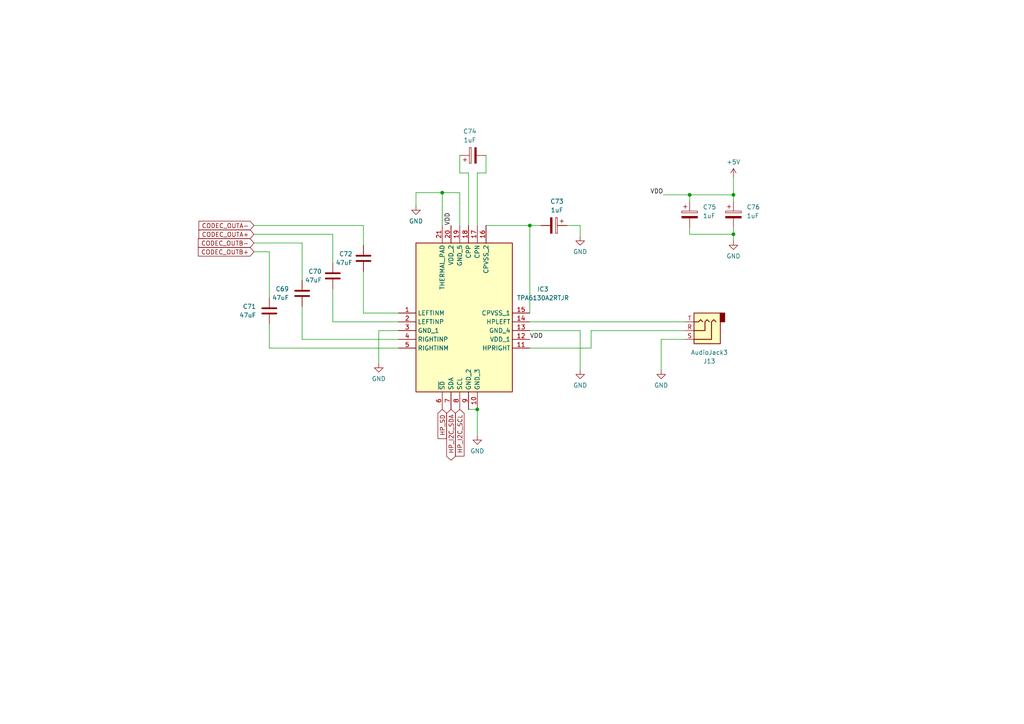
<source format=kicad_sch>
(kicad_sch (version 20230121) (generator eeschema)
  (paper "A4")
  (lib_symbols
    (symbol "Connector_Audio:AudioJack3"
      (property "Reference" "J" (at 0 8.89 0))
      (property "Value" "AudioJack3" (at 0 6.35 0))
      (symbol "AudioJack3_0_1"
        (rectangle (start -5.08 -5.08) (end -6.35 -2.54) (stroke (width 0.254)) (fill (type outline)))
        (polyline (pts (xy 0 -2.54) (xy 0.635 -3.175) (xy 1.27 -2.54) (xy 2.54 -2.54)) (stroke (width 0.254)))
        (polyline (pts (xy -1.905 -2.54) (xy -1.27 -3.175) (xy -0.635 -2.54) (xy -0.635 0) (xy 2.54 0)) (stroke (width 0.254)))
        (polyline (pts (xy 2.54 2.54) (xy -2.54 2.54) (xy -2.54 -2.54) (xy -3.175 -3.175) (xy -3.81 -2.54)) (stroke (width 0.254)))
        (rectangle (start 2.54 3.81) (end -5.08 -5.08) (stroke (width 0.254)) (fill (type background)))
      )
      (symbol "AudioJack3_1_1"
        (pin passive line (at 5.08 0 180) (length 2.54) (name "~") (number "R"))
        (pin passive line (at 5.08 2.54 180) (length 2.54) (name "~") (number "S"))
        (pin passive line (at 5.08 -2.54 180) (length 2.54) (name "~") (number "T"))
      )
    )
    (symbol "Device:C" (pin_numbers hide) (pin_names (offset 0.254))
      (property "Reference" "C" (at 0.635 2.54 0))
      (property "Value" "C" (at 0.635 -2.54 0))
      (symbol "C_0_1"
        (polyline (pts (xy -2.032 -0.762) (xy 2.032 -0.762)) (stroke (width 0.508)))
        (polyline (pts (xy -2.032 0.762) (xy 2.032 0.762)) (stroke (width 0.508)))
      )
      (symbol "C_1_1"
        (pin passive line (at 0 3.81 270) (length 2.794) (name "~") (number "1"))
        (pin passive line (at 0 -3.81 90) (length 2.794) (name "~") (number "2"))
      )
    )
    (symbol "Device:C_Polarized" (pin_numbers hide) (pin_names (offset 0.254))
      (property "Reference" "C" (at 0.635 2.54 0))
      (property "Value" "C_Polarized" (at 0.635 -2.54 0))
      (symbol "C_Polarized_0_1"
        (rectangle (start -2.286 0.508) (end 2.286 1.016))
        (polyline (pts (xy -1.778 2.286) (xy -0.762 2.286)))
        (polyline (pts (xy -1.27 2.794) (xy -1.27 1.778)))
        (rectangle (start 2.286 -0.508) (end -2.286 -1.016) (fill (type outline)))
      )
      (symbol "C_Polarized_1_1"
        (pin passive line (at 0 3.81 270) (length 2.794) (name "~") (number "1"))
        (pin passive line (at 0 -3.81 90) (length 2.794) (name "~") (number "2"))
      )
    )
    (symbol "SamacSys_Parts:TPA6130A2RTJR"
      (property "Reference" "IC" (at 34.29 25.4 0))
      (property "Value" "TPA6130A2RTJR" (at 34.29 22.86 0))
      (symbol "TPA6130A2RTJR_1_1"
        (rectangle (start 5.08 20.32) (end 33.02 -22.86) (stroke (width 0.254)) (fill (type background)))
        (pin input line (at 0 0 0) (length 5.08) (name "LEFTINM") (number "1"))
        (pin power_in line (at 22.86 -27.94 90) (length 5.08) (name "GND_3") (number "10"))
        (pin output line (at 38.1 -10.16 180) (length 5.08) (name "HPRIGHT") (number "11"))
        (pin power_in line (at 38.1 -7.62 180) (length 5.08) (name "VDD_1") (number "12"))
        (pin power_in line (at 38.1 -5.08 180) (length 5.08) (name "GND_4") (number "13"))
        (pin output line (at 38.1 -2.54 180) (length 5.08) (name "HPLEFT") (number "14"))
        (pin power_in line (at 38.1 0 180) (length 5.08) (name "CPVSS_1") (number "15"))
        (pin power_in line (at 25.4 25.4 270) (length 5.08) (name "CPVSS_2") (number "16"))
        (pin power_in line (at 22.86 25.4 270) (length 5.08) (name "CPN") (number "17"))
        (pin power_in line (at 20.32 25.4 270) (length 5.08) (name "CPP") (number "18"))
        (pin power_in line (at 17.78 25.4 270) (length 5.08) (name "GND_5") (number "19"))
        (pin input line (at 0 -2.54 0) (length 5.08) (name "LEFTINP") (number "2"))
        (pin power_in line (at 15.24 25.4 270) (length 5.08) (name "VDD_2") (number "20"))
        (pin power_in line (at 12.7 25.4 270) (length 5.08) (name "THERMAL_PAD") (number "21"))
        (pin power_in line (at 0 -5.08 0) (length 5.08) (name "GND_1") (number "3"))
        (pin input line (at 0 -7.62 0) (length 5.08) (name "RIGHTINP") (number "4"))
        (pin input line (at 0 -10.16 0) (length 5.08) (name "RIGHTINM") (number "5"))
        (pin input line (at 12.7 -27.94 90) (length 5.08) (name "~{SD}") (number "6"))
        (pin bidirectional line (at 15.24 -27.94 90) (length 5.08) (name "SDA") (number "7"))
        (pin input line (at 17.78 -27.94 90) (length 5.08) (name "SCL") (number "8"))
        (pin power_in line (at 20.32 -27.94 90) (length 5.08) (name "GND_2") (number "9"))
      )
    )
    (symbol "power:+5V" (power) (pin_names (offset 0))
      (property "Value" "+5V" (at 0 3.556 0))
      (symbol "+5V_0_1"
        (polyline (pts (xy -0.762 1.27) (xy 0 2.54)))
        (polyline (pts (xy 0 0) (xy 0 2.54)))
        (polyline (pts (xy 0 2.54) (xy 0.762 1.27)))
      )
      (symbol "+5V_1_1"
        (pin power_in line (at 0 0 90) (length 0) hide (name "+5V") (number "1"))
      )
    )
    (symbol "power:GND" (power) (pin_names (offset 0))
      (property "Value" "GND" (at 0 -3.81 0))
      (symbol "GND_0_1"
        (polyline (pts (xy 0 0) (xy 0 -1.27) (xy 1.27 -1.27) (xy 0 -2.54) (xy -1.27 -1.27) (xy 0 -1.27)))
      )
      (symbol "GND_1_1"
        (pin power_in line (at 0 0 270) (length 0) hide (name "GND") (number "1"))
      )
    )
  )
  (junction (at 212.725 56.515))
  (junction (at 200.025 56.515))
  (junction (at 138.43 118.745))
  (junction (at 153.67 65.405))
  (junction (at 128.27 55.88))
  (junction (at 212.725 67.945))
  (wire (pts (xy 200.025 66.04) (xy 200.025 67.945)))
  (wire (pts (xy 191.77 98.425) (xy 198.755 98.425)))
  (wire (pts (xy 168.275 107.315) (xy 168.275 95.885)))
  (wire (pts (xy 78.105 93.98) (xy 78.105 100.965)))
  (wire (pts (xy 78.105 100.965) (xy 115.57 100.965)))
  (wire (pts (xy 200.025 67.945) (xy 212.725 67.945)))
  (wire (pts (xy 96.52 83.82) (xy 96.52 93.345)))
  (wire (pts (xy 115.57 95.885) (xy 109.855 95.885)))
  (wire (pts (xy 87.63 98.425) (xy 115.57 98.425)))
  (wire (pts (xy 153.67 65.405) (xy 140.97 65.405)))
  (wire (pts (xy 153.67 65.405) (xy 153.67 90.805)))
  (wire (pts (xy 171.45 100.965) (xy 171.45 95.885)))
  (wire (pts (xy 200.025 56.515) (xy 212.725 56.515)))
  (wire (pts (xy 120.65 55.88) (xy 128.27 55.88)))
  (wire (pts (xy 96.52 93.345) (xy 115.57 93.345)))
  (wire (pts (xy 191.77 107.315) (xy 191.77 98.425)))
  (wire (pts (xy 128.27 65.405) (xy 128.27 55.88)))
  (wire (pts (xy 212.725 56.515) (xy 212.725 58.42)))
  (wire (pts (xy 105.41 78.74) (xy 105.41 90.805)))
  (wire (pts (xy 212.725 69.85) (xy 212.725 67.945)))
  (wire (pts (xy 73.66 73.025) (xy 78.105 73.025)))
  (wire (pts (xy 96.52 67.945) (xy 96.52 76.2)))
  (wire (pts (xy 133.35 65.405) (xy 133.35 55.88)))
  (wire (pts (xy 168.275 65.405) (xy 168.275 68.58)))
  (wire (pts (xy 140.97 50.165) (xy 140.97 45.085)))
  (wire (pts (xy 212.725 66.04) (xy 212.725 67.945)))
  (wire (pts (xy 153.67 100.965) (xy 171.45 100.965)))
  (wire (pts (xy 192.405 56.515) (xy 200.025 56.515)))
  (wire (pts (xy 164.465 65.405) (xy 168.275 65.405)))
  (wire (pts (xy 73.66 70.485) (xy 87.63 70.485)))
  (wire (pts (xy 87.63 88.9) (xy 87.63 98.425)))
  (wire (pts (xy 120.65 55.88) (xy 120.65 59.69)))
  (wire (pts (xy 135.89 50.165) (xy 135.89 65.405)))
  (wire (pts (xy 128.27 55.88) (xy 133.35 55.88)))
  (wire (pts (xy 73.66 65.405) (xy 105.41 65.405)))
  (wire (pts (xy 105.41 65.405) (xy 105.41 71.12)))
  (wire (pts (xy 138.43 65.405) (xy 138.43 50.165)))
  (wire (pts (xy 73.66 67.945) (xy 96.52 67.945)))
  (wire (pts (xy 109.855 95.885) (xy 109.855 105.41)))
  (wire (pts (xy 138.43 50.165) (xy 140.97 50.165)))
  (wire (pts (xy 105.41 90.805) (xy 115.57 90.805)))
  (wire (pts (xy 153.67 93.345) (xy 198.755 93.345)))
  (wire (pts (xy 135.89 118.745) (xy 138.43 118.745)))
  (wire (pts (xy 168.275 95.885) (xy 153.67 95.885)))
  (wire (pts (xy 212.725 56.515) (xy 212.725 51.435)))
  (wire (pts (xy 138.43 118.745) (xy 138.43 126.365)))
  (wire (pts (xy 133.35 45.085) (xy 133.35 50.165)))
  (wire (pts (xy 87.63 70.485) (xy 87.63 81.28)))
  (wire (pts (xy 171.45 95.885) (xy 198.755 95.885)))
  (wire (pts (xy 133.35 50.165) (xy 135.89 50.165)))
  (wire (pts (xy 200.025 56.515) (xy 200.025 58.42)))
  (wire (pts (xy 78.105 73.025) (xy 78.105 86.36)))
  (wire (pts (xy 153.67 65.405) (xy 156.845 65.405)))
  (label "VDD" (at 153.67 98.425 0))
  (label "VDD" (at 192.405 56.515 180))
  (label "VDD" (at 130.81 65.405 90))
  (global_label "CODEC_OUTA-" (shape input) (at 73.66 65.405 180) (property "Intersheetrefs" "${INTERSHEET_REFS}" (effects hide)))
  (global_label "HP_I2C_SDA" (shape bidirectional) (at 130.81 118.745 270) (property "Intersheetrefs" "${INTERSHEET_REFS}" (effects hide)))
  (global_label "CODEC_OUTA+" (shape input) (at 73.66 67.945 180) (property "Intersheetrefs" "${INTERSHEET_REFS}" (effects hide)))
  (global_label "CODEC_OUTB+" (shape input) (at 73.66 73.025 180) (property "Intersheetrefs" "${INTERSHEET_REFS}" (effects hide)))
  (global_label "HP_I2C_SCL" (shape input) (at 133.35 118.745 270) (property "Intersheetrefs" "${INTERSHEET_REFS}" (effects hide)))
  (global_label "CODEC_OUTB-" (shape input) (at 73.66 70.485 180) (property "Intersheetrefs" "${INTERSHEET_REFS}" (effects hide)))
  (global_label "HP_SD" (shape input) (at 128.27 118.745 270) (property "Intersheetrefs" "${INTERSHEET_REFS}" (effects hide)))
  (symbol (lib_id "Connector_Audio:AudioJack3") (at 203.835 95.885 180) (unit 1)
    (property "Reference" "J13" (at 205.74 104.775 0))
    (property "Value" "AudioJack3" (at 205.74 102.235 0))
  )
  (symbol (lib_id "Device:C") (at 105.41 74.93 0) (mirror x) (unit 1)
    (property "Reference" "C72" (at 102.235 73.66 0) (effects (justify right)))
    (property "Value" "47uF" (at 102.235 76.2 0) (effects (justify right)))
  )
  (symbol (lib_id "power:GND") (at 168.275 107.315 0) (unit 1)
    (property "Reference" "#PWR088" (effects hide))
    (property "Value" "GND" (at 168.275 111.76 0))
  )
  (symbol (lib_id "power:GND") (at 138.43 126.365 0) (unit 1)
    (property "Reference" "#PWR087" (effects hide))
    (property "Value" "GND" (at 138.43 130.81 0))
  )
  (symbol (lib_id "SamacSys_Parts:TPA6130A2RTJR") (at 115.57 90.805 0) (unit 1)
    (property "Reference" "IC3" (at 157.48 83.8769 0))
    (property "Value" "TPA6130A2RTJR" (at 157.48 86.4169 0))
    (property "Footprint" "QFN50P400X400X80-21N-D" (effects hide))
    (property "Datasheet" "https://www.ti.com/lit/ds/symlink/tpa6130a2.pdf" (effects hide))
    (property "Height" "0.8" (effects hide))
    (property "Manufacturer_Name" "Texas Instruments" (effects hide))
    (property "Manufacturer_Part_Number" "TPA6130A2RTJR" (effects hide))
    (property "Mouser Part Number" "595-TPA6130A2RTJR" (effects hide))
    (property "Mouser Price/Stock" "https://www.mouser.co.uk/ProductDetail/Texas-Instruments/TPA6130A2RTJR?qs=7kv20MEVUlgikVnGJs4DSg%3D%3D" (effects hide))
    (property "Arrow Part Number" "TPA6130A2RTJR" (effects hide))
    (property "Arrow Price/Stock" "https://www.arrow.com/en/products/tpa6130a2rtjr/texas-instruments?region=nac" (effects hide))
  )
  (symbol (lib_id "Device:C_Polarized") (at 137.16 45.085 90) (unit 1)
    (property "Reference" "C74" (at 136.271 38.1 90))
    (property "Value" "1uF" (at 136.271 40.64 90))
  )
  (symbol (lib_id "power:GND") (at 212.725 69.85 0) (unit 1)
    (property "Reference" "#PWR095" (effects hide))
    (property "Value" "GND" (at 212.725 74.295 0))
  )
  (symbol (lib_id "power:GND") (at 120.65 59.69 0) (unit 1)
    (property "Reference" "#PWR089" (effects hide))
    (property "Value" "GND" (at 120.65 64.135 0))
  )
  (symbol (lib_id "power:GND") (at 109.855 105.41 0) (unit 1)
    (property "Reference" "#PWR086" (effects hide))
    (property "Value" "GND" (at 109.855 109.855 0))
  )
  (symbol (lib_id "Device:C") (at 96.52 80.01 0) (mirror x) (unit 1)
    (property "Reference" "C70" (at 93.345 78.74 0) (effects (justify right)))
    (property "Value" "47uF" (at 93.345 81.28 0) (effects (justify right)))
  )
  (symbol (lib_id "Device:C_Polarized") (at 160.655 65.405 270) (unit 1)
    (property "Reference" "C73" (at 161.544 58.42 90))
    (property "Value" "1uF" (at 161.544 60.96 90))
  )
  (symbol (lib_id "Device:C") (at 87.63 85.09 0) (mirror y) (unit 1)
    (property "Reference" "C69" (at 83.82 83.82 0) (effects (justify left)))
    (property "Value" "47uF" (at 83.82 86.36 0) (effects (justify left)))
  )
  (symbol (lib_id "power:GND") (at 191.77 107.315 0) (unit 1)
    (property "Reference" "#PWR092" (effects hide))
    (property "Value" "GND" (at 191.77 111.76 0))
  )
  (symbol (lib_id "power:+5V") (at 212.725 51.435 0) (unit 1)
    (property "Reference" "#PWR094" (effects hide))
    (property "Value" "+5V" (at 212.725 46.99 0))
  )
  (symbol (lib_id "Device:C_Polarized") (at 200.025 62.23 0) (unit 1)
    (property "Reference" "C75" (at 203.835 60.071 0) (effects (justify left)))
    (property "Value" "1uF" (at 203.835 62.611 0) (effects (justify left)))
  )
  (symbol (lib_id "power:GND") (at 168.275 68.58 0) (unit 1)
    (property "Reference" "#PWR090" (effects hide))
    (property "Value" "GND" (at 168.275 73.025 0))
  )
  (symbol (lib_id "Device:C") (at 78.105 90.17 0) (mirror x) (unit 1)
    (property "Reference" "C71" (at 74.295 88.9 0) (effects (justify right)))
    (property "Value" "47uF" (at 74.295 91.44 0) (effects (justify right)))
  )
  (symbol (lib_id "Device:C_Polarized") (at 212.725 62.23 0) (unit 1)
    (property "Reference" "C76" (at 216.535 60.071 0) (effects (justify left)))
    (property "Value" "1uF" (at 216.535 62.611 0) (effects (justify left)))
  )
)
</source>
